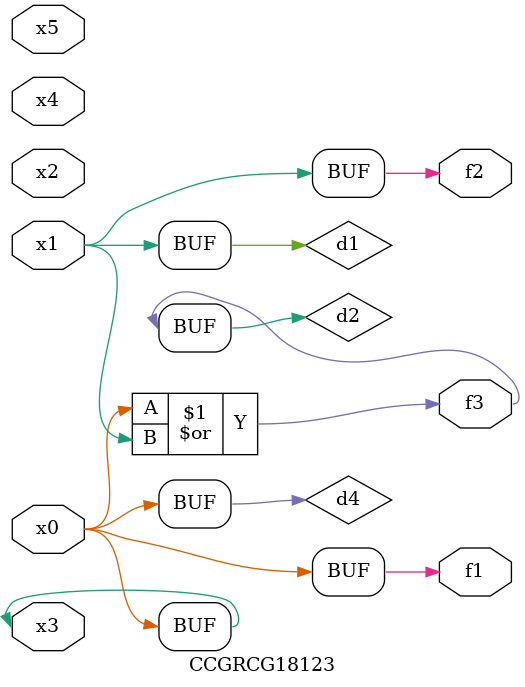
<source format=v>
module CCGRCG18123(
	input x0, x1, x2, x3, x4, x5,
	output f1, f2, f3
);

	wire d1, d2, d3, d4;

	and (d1, x1);
	or (d2, x0, x1);
	nand (d3, x0, x5);
	buf (d4, x0, x3);
	assign f1 = d4;
	assign f2 = d1;
	assign f3 = d2;
endmodule

</source>
